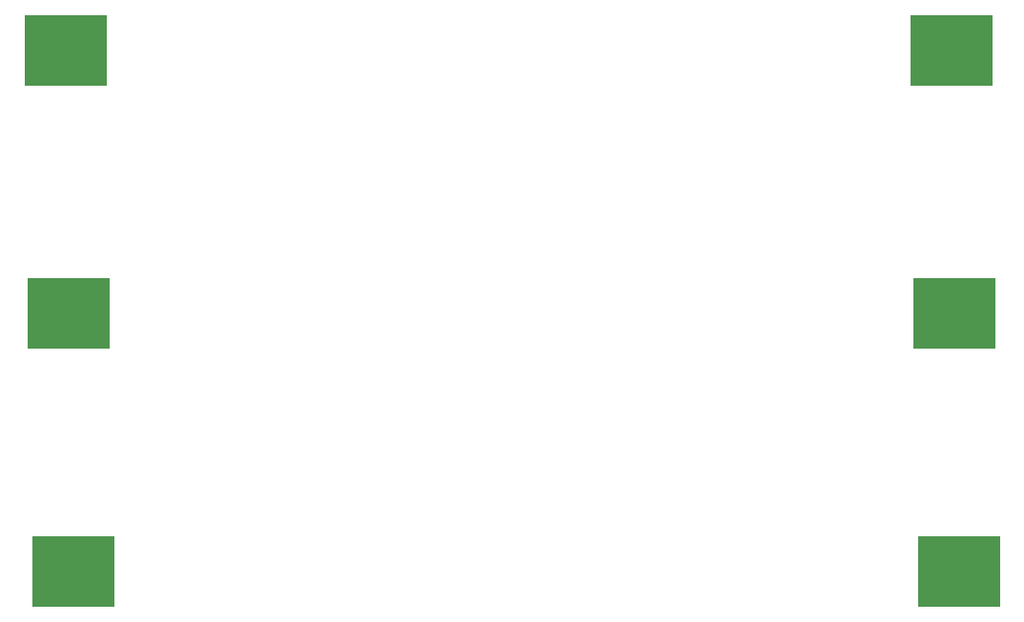
<source format=gbr>
%TF.GenerationSoftware,KiCad,Pcbnew,8.0.2-1*%
%TF.CreationDate,2024-08-29T11:45:14-05:00*%
%TF.ProjectId,BattBoard,42617474-426f-4617-9264-2e6b69636164,rev?*%
%TF.SameCoordinates,Original*%
%TF.FileFunction,Paste,Bot*%
%TF.FilePolarity,Positive*%
%FSLAX46Y46*%
G04 Gerber Fmt 4.6, Leading zero omitted, Abs format (unit mm)*
G04 Created by KiCad (PCBNEW 8.0.2-1) date 2024-08-29 11:45:14*
%MOMM*%
%LPD*%
G01*
G04 APERTURE LIST*
%ADD10R,7.340000X6.350000*%
G04 APERTURE END LIST*
D10*
%TO.C,KEYSTONE-5*%
X180159600Y-83900000D03*
X101499600Y-83900000D03*
%TD*%
%TO.C,KEYSTONE-6*%
X180559600Y-106850000D03*
X101899600Y-106850000D03*
%TD*%
%TO.C,KEYSTONE-4*%
X179909600Y-60525000D03*
X101249600Y-60525000D03*
%TD*%
M02*

</source>
